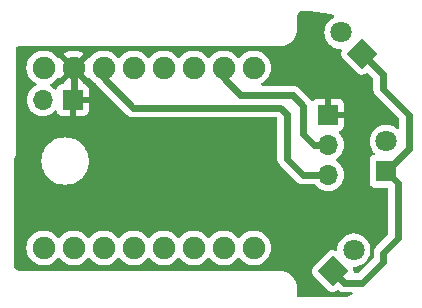
<source format=gbr>
%TF.GenerationSoftware,KiCad,Pcbnew,8.0.2*%
%TF.CreationDate,2024-08-10T10:20:15+02:00*%
%TF.ProjectId,ir-blaster,69722d62-6c61-4737-9465-722e6b696361,rev?*%
%TF.SameCoordinates,Original*%
%TF.FileFunction,Copper,L2,Bot*%
%TF.FilePolarity,Positive*%
%FSLAX46Y46*%
G04 Gerber Fmt 4.6, Leading zero omitted, Abs format (unit mm)*
G04 Created by KiCad (PCBNEW 8.0.2) date 2024-08-10 10:20:15*
%MOMM*%
%LPD*%
G01*
G04 APERTURE LIST*
G04 Aperture macros list*
%AMRotRect*
0 Rectangle, with rotation*
0 The origin of the aperture is its center*
0 $1 length*
0 $2 width*
0 $3 Rotation angle, in degrees counterclockwise*
0 Add horizontal line*
21,1,$1,$2,0,0,$3*%
G04 Aperture macros list end*
%TA.AperFunction,ComponentPad*%
%ADD10R,1.700000X1.700000*%
%TD*%
%TA.AperFunction,ComponentPad*%
%ADD11O,1.700000X1.700000*%
%TD*%
%TA.AperFunction,ComponentPad*%
%ADD12R,1.800000X1.800000*%
%TD*%
%TA.AperFunction,ComponentPad*%
%ADD13C,1.800000*%
%TD*%
%TA.AperFunction,ComponentPad*%
%ADD14RotRect,1.800000X1.800000X135.000000*%
%TD*%
%TA.AperFunction,ComponentPad*%
%ADD15C,1.905000*%
%TD*%
%TA.AperFunction,ComponentPad*%
%ADD16RotRect,1.800000X1.800000X45.000000*%
%TD*%
%TA.AperFunction,ViaPad*%
%ADD17C,0.500000*%
%TD*%
%TA.AperFunction,Conductor*%
%ADD18C,0.600000*%
%TD*%
G04 APERTURE END LIST*
D10*
%TO.P,J2,1,Pin_1*%
%TO.N,GND*%
X80045000Y-39065000D03*
D11*
%TO.P,J2,2,Pin_2*%
%TO.N,Net-(J2-Pin_2)*%
X80045000Y-41605000D03*
%TO.P,J2,3,Pin_3*%
%TO.N,3.3V*%
X80045000Y-44145000D03*
%TD*%
D12*
%TO.P,D2,1,K*%
%TO.N,Net-(D1-K)*%
X84960000Y-43855000D03*
D13*
%TO.P,D2,2,A*%
%TO.N,Net-(D2-A)*%
X84960000Y-41315000D03*
%TD*%
D14*
%TO.P,D1,1,K*%
%TO.N,Net-(D1-K)*%
X82916051Y-33896051D03*
D13*
%TO.P,D1,2,A*%
%TO.N,Net-(D1-A)*%
X81120000Y-32100000D03*
%TD*%
D15*
%TO.P,U1,0,GPIO0*%
%TO.N,unconnected-(U1-GPIO0-Pad0)*%
X73730000Y-35090000D03*
%TO.P,U1,1,GPIO1*%
%TO.N,Net-(J2-Pin_2)*%
X71190000Y-35090000D03*
%TO.P,U1,2,GPIO2*%
%TO.N,unconnected-(U1-GPIO2-Pad2)*%
X68650000Y-35090000D03*
%TO.P,U1,3,GPIO3*%
%TO.N,unconnected-(U1-GPIO3-Pad3)*%
X66110000Y-35090000D03*
%TO.P,U1,3.3,3V3*%
%TO.N,3.3V*%
X61030000Y-35090000D03*
%TO.P,U1,4,GPIO4*%
%TO.N,unconnected-(U1-GPIO4-Pad4)*%
X63570000Y-35090000D03*
%TO.P,U1,5,GPIO5*%
%TO.N,unconnected-(U1-GPIO5-Pad5)*%
X55950000Y-50330000D03*
%TO.P,U1,5V,5V*%
%TO.N,5V*%
X55950000Y-35090000D03*
%TO.P,U1,6,GPIO6*%
%TO.N,unconnected-(U1-GPIO6-Pad6)*%
X58490000Y-50330000D03*
%TO.P,U1,7,GPIO7*%
%TO.N,/IR_OUT*%
X61030000Y-50330000D03*
%TO.P,U1,8,GPIO8*%
%TO.N,unconnected-(U1-GPIO8-Pad8)*%
X63570000Y-50330000D03*
%TO.P,U1,9,GPIO9*%
%TO.N,unconnected-(U1-GPIO9-Pad9)*%
X66110000Y-50330000D03*
%TO.P,U1,10,GPIO10*%
%TO.N,unconnected-(U1-GPIO10-Pad10)*%
X68650000Y-50330000D03*
%TO.P,U1,20,GPIO20*%
%TO.N,unconnected-(U1-GPIO20-Pad20)*%
X71190000Y-50330000D03*
%TO.P,U1,21,GPIO21*%
%TO.N,unconnected-(U1-GPIO21-Pad21)*%
X73730000Y-50330000D03*
%TO.P,U1,G,GND*%
%TO.N,GND*%
X58490000Y-35090000D03*
%TD*%
D10*
%TO.P,J1,1,Pin_1*%
%TO.N,GND*%
X58415000Y-37815000D03*
D11*
%TO.P,J1,2,Pin_2*%
%TO.N,5V*%
X55875000Y-37815000D03*
%TD*%
D16*
%TO.P,D3,1,K*%
%TO.N,Net-(D1-K)*%
X80418439Y-52311562D03*
D13*
%TO.P,D3,2,A*%
%TO.N,Net-(D3-A)*%
X82214490Y-50515511D03*
%TD*%
D17*
%TO.N,GND*%
X66150000Y-46020000D03*
%TD*%
D18*
%TO.N,Net-(D1-K)*%
X86860000Y-39050000D02*
X84660000Y-36850000D01*
X84690000Y-51510000D02*
X82930000Y-53270000D01*
X82930000Y-53270000D02*
X81376877Y-53270000D01*
X85950000Y-49490000D02*
X84690000Y-50750000D01*
X85950000Y-44845000D02*
X85950000Y-49490000D01*
X84690000Y-50750000D02*
X84690000Y-51510000D01*
X84960000Y-43855000D02*
X85950000Y-44845000D01*
X84960000Y-43855000D02*
X86860000Y-41955000D01*
X86860000Y-41955000D02*
X86860000Y-39050000D01*
X81376877Y-53270000D02*
X80418439Y-52311562D01*
X84660000Y-35630000D02*
X84650000Y-35630000D01*
X84660000Y-36850000D02*
X84660000Y-35630000D01*
X84650000Y-35630000D02*
X82916051Y-33896051D01*
%TO.N,GND*%
X58490000Y-37840000D02*
X58490000Y-35090000D01*
%TO.N,3.3V*%
X61030000Y-35970000D02*
X61030000Y-35090000D01*
X80045000Y-44145000D02*
X77885000Y-44145000D01*
X76550000Y-42810000D02*
X76550000Y-39040000D01*
X76550000Y-39040000D02*
X75970000Y-38460000D01*
X75970000Y-38460000D02*
X63520000Y-38460000D01*
X63520000Y-38460000D02*
X61030000Y-35970000D01*
X77885000Y-44145000D02*
X76550000Y-42810000D01*
%TO.N,Net-(J2-Pin_2)*%
X77950000Y-38310000D02*
X77040000Y-37400000D01*
X77040000Y-37400000D02*
X72600000Y-37400000D01*
X80045000Y-41605000D02*
X78842919Y-41605000D01*
X71190000Y-35990000D02*
X71190000Y-35090000D01*
X72600000Y-37400000D02*
X71190000Y-35990000D01*
X77950000Y-40712081D02*
X77950000Y-38310000D01*
X78842919Y-41605000D02*
X77950000Y-40712081D01*
%TD*%
%TA.AperFunction,Conductor*%
%TO.N,GND*%
G36*
X57927271Y-35390785D02*
G01*
X57996764Y-35494789D01*
X58085211Y-35583236D01*
X58189215Y-35652729D01*
X58253991Y-35679560D01*
X57653791Y-36279760D01*
X57657116Y-36333317D01*
X57641623Y-36401447D01*
X57591755Y-36450386D01*
X57533354Y-36465000D01*
X57517155Y-36465000D01*
X57457627Y-36471401D01*
X57457620Y-36471403D01*
X57322913Y-36521645D01*
X57322906Y-36521649D01*
X57207812Y-36607809D01*
X57207809Y-36607812D01*
X57121649Y-36722906D01*
X57121645Y-36722913D01*
X57072578Y-36854470D01*
X57030707Y-36910404D01*
X56965242Y-36934821D01*
X56896969Y-36919969D01*
X56868715Y-36898819D01*
X56824366Y-36854470D01*
X56746401Y-36776505D01*
X56746397Y-36776502D01*
X56746396Y-36776501D01*
X56552834Y-36640967D01*
X56552831Y-36640965D01*
X56552830Y-36640965D01*
X56552771Y-36640937D01*
X56552751Y-36640919D01*
X56548144Y-36638260D01*
X56548678Y-36637333D01*
X56500332Y-36594767D01*
X56481178Y-36527574D01*
X56501392Y-36460693D01*
X56546155Y-36419501D01*
X56747439Y-36310572D01*
X56937463Y-36162671D01*
X57100551Y-35985510D01*
X57116490Y-35961114D01*
X57169633Y-35915758D01*
X57238864Y-35906333D01*
X57274216Y-35922799D01*
X57300880Y-35925564D01*
X57900438Y-35326006D01*
X57927271Y-35390785D01*
G37*
%TD.AperFunction*%
%TA.AperFunction,Conductor*%
G36*
X78502598Y-30279123D02*
G01*
X78510340Y-30279610D01*
X79096734Y-30335040D01*
X79104459Y-30336016D01*
X79686188Y-30428153D01*
X79693802Y-30429605D01*
X80268649Y-30558098D01*
X80276172Y-30560031D01*
X80471975Y-30616917D01*
X80530859Y-30654522D01*
X80560065Y-30717994D01*
X80550319Y-30787181D01*
X80504715Y-30840115D01*
X80496396Y-30845046D01*
X80351380Y-30923525D01*
X80351365Y-30923535D01*
X80168222Y-31066081D01*
X80168219Y-31066084D01*
X80011016Y-31236852D01*
X79884075Y-31431151D01*
X79790842Y-31643699D01*
X79733866Y-31868691D01*
X79733864Y-31868702D01*
X79714700Y-32099993D01*
X79714700Y-32100006D01*
X79733864Y-32331297D01*
X79733866Y-32331308D01*
X79790842Y-32556300D01*
X79884075Y-32768848D01*
X80011016Y-32963147D01*
X80011019Y-32963151D01*
X80011021Y-32963153D01*
X80168216Y-33133913D01*
X80168219Y-33133915D01*
X80168222Y-33133918D01*
X80351365Y-33276464D01*
X80351371Y-33276468D01*
X80351374Y-33276470D01*
X80555497Y-33386936D01*
X80669487Y-33426068D01*
X80775015Y-33462297D01*
X80775017Y-33462297D01*
X80775019Y-33462298D01*
X81003951Y-33500500D01*
X81003952Y-33500500D01*
X81080731Y-33500500D01*
X81147770Y-33520185D01*
X81193525Y-33572989D01*
X81203469Y-33642147D01*
X81193525Y-33676012D01*
X81158093Y-33753594D01*
X81137612Y-33896051D01*
X81158093Y-34038507D01*
X81217880Y-34169421D01*
X81217881Y-34169422D01*
X81217882Y-34169424D01*
X81255501Y-34216107D01*
X81255504Y-34216110D01*
X81255509Y-34216116D01*
X82290209Y-35250814D01*
X82595995Y-35556600D01*
X82642678Y-35594220D01*
X82773594Y-35654008D01*
X82773593Y-35654008D01*
X82791500Y-35656582D01*
X82916051Y-35674490D01*
X83058508Y-35654008D01*
X83189424Y-35594220D01*
X83236107Y-35556601D01*
X83252632Y-35540075D01*
X83313954Y-35506589D01*
X83383645Y-35511572D01*
X83427996Y-35540074D01*
X83823181Y-35935259D01*
X83856666Y-35996582D01*
X83859500Y-36022940D01*
X83859500Y-36928846D01*
X83890261Y-37083489D01*
X83890264Y-37083501D01*
X83950602Y-37229172D01*
X83950609Y-37229185D01*
X84038210Y-37360288D01*
X84038213Y-37360292D01*
X86023181Y-39345259D01*
X86056666Y-39406582D01*
X86059500Y-39432940D01*
X86059500Y-40142413D01*
X86039815Y-40209452D01*
X85987011Y-40255207D01*
X85917853Y-40265151D01*
X85859338Y-40240266D01*
X85728634Y-40138535D01*
X85728628Y-40138531D01*
X85524504Y-40028064D01*
X85524495Y-40028061D01*
X85304984Y-39952702D01*
X85133282Y-39924050D01*
X85076049Y-39914500D01*
X84843951Y-39914500D01*
X84798164Y-39922140D01*
X84615015Y-39952702D01*
X84395504Y-40028061D01*
X84395495Y-40028064D01*
X84191371Y-40138531D01*
X84191365Y-40138535D01*
X84008222Y-40281081D01*
X84008219Y-40281084D01*
X83851016Y-40451852D01*
X83724075Y-40646151D01*
X83630842Y-40858699D01*
X83573866Y-41083691D01*
X83573864Y-41083702D01*
X83554700Y-41314993D01*
X83554700Y-41315006D01*
X83573864Y-41546297D01*
X83573866Y-41546308D01*
X83630842Y-41771300D01*
X83724075Y-41983848D01*
X83851016Y-42178147D01*
X83851019Y-42178151D01*
X83851021Y-42178153D01*
X83945803Y-42281114D01*
X83976724Y-42343767D01*
X83968864Y-42413193D01*
X83924716Y-42467348D01*
X83897906Y-42481277D01*
X83817669Y-42511203D01*
X83817664Y-42511206D01*
X83702455Y-42597452D01*
X83702452Y-42597455D01*
X83616206Y-42712664D01*
X83616202Y-42712671D01*
X83565908Y-42847517D01*
X83559501Y-42907116D01*
X83559500Y-42907135D01*
X83559500Y-44802870D01*
X83559501Y-44802876D01*
X83565908Y-44862483D01*
X83616202Y-44997328D01*
X83616206Y-44997335D01*
X83702452Y-45112544D01*
X83702455Y-45112547D01*
X83817664Y-45198793D01*
X83817671Y-45198797D01*
X83952517Y-45249091D01*
X83952516Y-45249091D01*
X83959444Y-45249835D01*
X84012127Y-45255500D01*
X85025500Y-45255499D01*
X85092539Y-45275183D01*
X85138294Y-45327987D01*
X85149500Y-45379499D01*
X85149500Y-49107060D01*
X85129815Y-49174099D01*
X85113181Y-49194741D01*
X84179711Y-50128211D01*
X84123960Y-50183962D01*
X84068209Y-50239712D01*
X83980609Y-50370814D01*
X83980602Y-50370827D01*
X83920264Y-50516498D01*
X83920261Y-50516510D01*
X83889500Y-50671153D01*
X83889500Y-51127060D01*
X83869815Y-51194099D01*
X83853181Y-51214741D01*
X82634741Y-52433181D01*
X82573418Y-52466666D01*
X82547060Y-52469500D01*
X82317274Y-52469500D01*
X82250235Y-52449815D01*
X82204480Y-52397011D01*
X82194536Y-52327855D01*
X82196878Y-52311564D01*
X82196878Y-52311562D01*
X82176396Y-52169105D01*
X82140965Y-52091523D01*
X82131021Y-52022364D01*
X82160046Y-51958809D01*
X82218824Y-51921034D01*
X82253759Y-51916011D01*
X82330538Y-51916011D01*
X82330539Y-51916011D01*
X82559471Y-51877809D01*
X82778993Y-51802447D01*
X82983116Y-51691981D01*
X83166274Y-51549424D01*
X83323469Y-51378664D01*
X83450414Y-51184360D01*
X83543647Y-50971811D01*
X83600624Y-50746816D01*
X83606893Y-50671158D01*
X83619790Y-50515517D01*
X83619790Y-50515504D01*
X83600625Y-50284213D01*
X83600623Y-50284202D01*
X83543647Y-50059210D01*
X83450414Y-49846662D01*
X83323473Y-49652363D01*
X83323470Y-49652360D01*
X83323469Y-49652358D01*
X83166274Y-49481598D01*
X83166269Y-49481594D01*
X83166267Y-49481592D01*
X82983124Y-49339046D01*
X82983118Y-49339042D01*
X82778994Y-49228575D01*
X82778985Y-49228572D01*
X82559474Y-49153213D01*
X82387772Y-49124561D01*
X82330539Y-49115011D01*
X82098441Y-49115011D01*
X82052654Y-49122651D01*
X81869505Y-49153213D01*
X81649994Y-49228572D01*
X81649985Y-49228575D01*
X81445861Y-49339042D01*
X81445855Y-49339046D01*
X81262712Y-49481592D01*
X81262709Y-49481595D01*
X81105506Y-49652363D01*
X80978565Y-49846662D01*
X80885332Y-50059210D01*
X80828356Y-50284202D01*
X80828354Y-50284214D01*
X80811666Y-50485614D01*
X80786513Y-50550799D01*
X80730111Y-50592037D01*
X80660367Y-50596235D01*
X80636578Y-50588168D01*
X80560894Y-50553604D01*
X80560896Y-50553604D01*
X80418439Y-50533123D01*
X80275982Y-50553604D01*
X80145068Y-50613391D01*
X80098373Y-50651020D01*
X78757897Y-51991498D01*
X78757891Y-51991505D01*
X78720269Y-52038190D01*
X78720268Y-52038192D01*
X78660481Y-52169105D01*
X78640000Y-52311562D01*
X78660481Y-52454018D01*
X78720268Y-52584932D01*
X78720269Y-52584933D01*
X78720270Y-52584935D01*
X78757889Y-52631618D01*
X78757892Y-52631621D01*
X78757897Y-52631627D01*
X79775123Y-53648851D01*
X80098383Y-53972111D01*
X80145066Y-54009731D01*
X80275982Y-54069519D01*
X80275981Y-54069519D01*
X80293888Y-54072093D01*
X80418439Y-54090001D01*
X80560896Y-54069519D01*
X80691812Y-54009731D01*
X80738495Y-53972112D01*
X80765991Y-53944615D01*
X80827312Y-53911129D01*
X80897004Y-53916111D01*
X80922565Y-53929192D01*
X80997691Y-53979390D01*
X80997704Y-53979397D01*
X81143375Y-54039735D01*
X81143380Y-54039737D01*
X81293103Y-54069519D01*
X81298030Y-54070499D01*
X81298033Y-54070500D01*
X81298035Y-54070500D01*
X81455719Y-54070500D01*
X81997350Y-54070500D01*
X82064389Y-54090185D01*
X82110144Y-54142989D01*
X82120088Y-54212147D01*
X82091063Y-54275703D01*
X82053644Y-54304985D01*
X81958161Y-54353635D01*
X81951114Y-54356951D01*
X81633719Y-54494301D01*
X81584472Y-54504500D01*
X77534500Y-54504500D01*
X77467461Y-54484815D01*
X77421706Y-54432011D01*
X77410500Y-54380500D01*
X77410500Y-53652683D01*
X77410500Y-53652682D01*
X77379954Y-53440231D01*
X77319484Y-53234290D01*
X77319483Y-53234288D01*
X77319482Y-53234284D01*
X77230327Y-53039061D01*
X77230320Y-53039048D01*
X77179915Y-52960616D01*
X77114281Y-52858487D01*
X77081172Y-52820277D01*
X76973724Y-52696275D01*
X76811514Y-52555720D01*
X76811513Y-52555719D01*
X76702441Y-52485623D01*
X76630951Y-52439679D01*
X76630938Y-52439672D01*
X76435715Y-52350517D01*
X76229774Y-52290047D01*
X76229764Y-52290044D01*
X76038754Y-52262582D01*
X76017318Y-52259500D01*
X76017317Y-52259500D01*
X53916962Y-52259500D01*
X53903078Y-52258720D01*
X53890553Y-52257308D01*
X53812735Y-52248540D01*
X53785666Y-52242362D01*
X53706462Y-52214648D01*
X53681444Y-52202600D01*
X53610395Y-52157957D01*
X53588686Y-52140644D01*
X53529355Y-52081313D01*
X53512042Y-52059604D01*
X53469253Y-51991506D01*
X53467398Y-51988553D01*
X53455351Y-51963537D01*
X53438721Y-51916011D01*
X53427636Y-51884331D01*
X53421459Y-51857263D01*
X53411280Y-51766922D01*
X53410500Y-51753038D01*
X53410500Y-50329994D01*
X54492020Y-50329994D01*
X54492020Y-50330005D01*
X54511904Y-50569972D01*
X54511904Y-50569975D01*
X54511905Y-50569976D01*
X54571017Y-50803405D01*
X54667745Y-51023922D01*
X54799449Y-51225510D01*
X54962537Y-51402671D01*
X55060243Y-51478718D01*
X55151088Y-51549426D01*
X55152561Y-51550572D01*
X55364336Y-51665179D01*
X55482598Y-51705778D01*
X55592083Y-51743365D01*
X55592085Y-51743365D01*
X55592087Y-51743366D01*
X55829601Y-51783000D01*
X55829602Y-51783000D01*
X56070398Y-51783000D01*
X56070399Y-51783000D01*
X56307913Y-51743366D01*
X56535664Y-51665179D01*
X56747439Y-51550572D01*
X56937463Y-51402671D01*
X57100551Y-51225510D01*
X57116190Y-51201571D01*
X57169336Y-51156214D01*
X57238567Y-51146790D01*
X57301904Y-51176291D01*
X57323808Y-51201570D01*
X57339449Y-51225510D01*
X57502537Y-51402671D01*
X57600243Y-51478718D01*
X57691088Y-51549426D01*
X57692561Y-51550572D01*
X57904336Y-51665179D01*
X58022598Y-51705778D01*
X58132083Y-51743365D01*
X58132085Y-51743365D01*
X58132087Y-51743366D01*
X58369601Y-51783000D01*
X58369602Y-51783000D01*
X58610398Y-51783000D01*
X58610399Y-51783000D01*
X58847913Y-51743366D01*
X59075664Y-51665179D01*
X59287439Y-51550572D01*
X59477463Y-51402671D01*
X59640551Y-51225510D01*
X59656190Y-51201571D01*
X59709336Y-51156214D01*
X59778567Y-51146790D01*
X59841904Y-51176291D01*
X59863808Y-51201570D01*
X59879449Y-51225510D01*
X60042537Y-51402671D01*
X60140243Y-51478718D01*
X60231088Y-51549426D01*
X60232561Y-51550572D01*
X60444336Y-51665179D01*
X60562598Y-51705778D01*
X60672083Y-51743365D01*
X60672085Y-51743365D01*
X60672087Y-51743366D01*
X60909601Y-51783000D01*
X60909602Y-51783000D01*
X61150398Y-51783000D01*
X61150399Y-51783000D01*
X61387913Y-51743366D01*
X61615664Y-51665179D01*
X61827439Y-51550572D01*
X62017463Y-51402671D01*
X62180551Y-51225510D01*
X62196190Y-51201571D01*
X62249336Y-51156214D01*
X62318567Y-51146790D01*
X62381904Y-51176291D01*
X62403808Y-51201570D01*
X62419449Y-51225510D01*
X62582537Y-51402671D01*
X62680243Y-51478718D01*
X62771088Y-51549426D01*
X62772561Y-51550572D01*
X62984336Y-51665179D01*
X63102598Y-51705778D01*
X63212083Y-51743365D01*
X63212085Y-51743365D01*
X63212087Y-51743366D01*
X63449601Y-51783000D01*
X63449602Y-51783000D01*
X63690398Y-51783000D01*
X63690399Y-51783000D01*
X63927913Y-51743366D01*
X64155664Y-51665179D01*
X64367439Y-51550572D01*
X64557463Y-51402671D01*
X64720551Y-51225510D01*
X64736190Y-51201571D01*
X64789336Y-51156214D01*
X64858567Y-51146790D01*
X64921904Y-51176291D01*
X64943808Y-51201570D01*
X64959449Y-51225510D01*
X65122537Y-51402671D01*
X65220243Y-51478718D01*
X65311088Y-51549426D01*
X65312561Y-51550572D01*
X65524336Y-51665179D01*
X65642598Y-51705778D01*
X65752083Y-51743365D01*
X65752085Y-51743365D01*
X65752087Y-51743366D01*
X65989601Y-51783000D01*
X65989602Y-51783000D01*
X66230398Y-51783000D01*
X66230399Y-51783000D01*
X66467913Y-51743366D01*
X66695664Y-51665179D01*
X66907439Y-51550572D01*
X67097463Y-51402671D01*
X67260551Y-51225510D01*
X67276190Y-51201571D01*
X67329336Y-51156214D01*
X67398567Y-51146790D01*
X67461904Y-51176291D01*
X67483808Y-51201570D01*
X67499449Y-51225510D01*
X67662537Y-51402671D01*
X67760243Y-51478718D01*
X67851088Y-51549426D01*
X67852561Y-51550572D01*
X68064336Y-51665179D01*
X68182598Y-51705778D01*
X68292083Y-51743365D01*
X68292085Y-51743365D01*
X68292087Y-51743366D01*
X68529601Y-51783000D01*
X68529602Y-51783000D01*
X68770398Y-51783000D01*
X68770399Y-51783000D01*
X69007913Y-51743366D01*
X69235664Y-51665179D01*
X69447439Y-51550572D01*
X69637463Y-51402671D01*
X69800551Y-51225510D01*
X69816190Y-51201571D01*
X69869336Y-51156214D01*
X69938567Y-51146790D01*
X70001904Y-51176291D01*
X70023808Y-51201570D01*
X70039449Y-51225510D01*
X70202537Y-51402671D01*
X70300243Y-51478718D01*
X70391088Y-51549426D01*
X70392561Y-51550572D01*
X70604336Y-51665179D01*
X70722598Y-51705778D01*
X70832083Y-51743365D01*
X70832085Y-51743365D01*
X70832087Y-51743366D01*
X71069601Y-51783000D01*
X71069602Y-51783000D01*
X71310398Y-51783000D01*
X71310399Y-51783000D01*
X71547913Y-51743366D01*
X71775664Y-51665179D01*
X71987439Y-51550572D01*
X72177463Y-51402671D01*
X72340551Y-51225510D01*
X72356190Y-51201571D01*
X72409336Y-51156214D01*
X72478567Y-51146790D01*
X72541904Y-51176291D01*
X72563808Y-51201570D01*
X72579449Y-51225510D01*
X72742537Y-51402671D01*
X72840243Y-51478718D01*
X72931088Y-51549426D01*
X72932561Y-51550572D01*
X73144336Y-51665179D01*
X73262598Y-51705778D01*
X73372083Y-51743365D01*
X73372085Y-51743365D01*
X73372087Y-51743366D01*
X73609601Y-51783000D01*
X73609602Y-51783000D01*
X73850398Y-51783000D01*
X73850399Y-51783000D01*
X74087913Y-51743366D01*
X74315664Y-51665179D01*
X74527439Y-51550572D01*
X74717463Y-51402671D01*
X74880551Y-51225510D01*
X75012255Y-51023922D01*
X75108983Y-50803405D01*
X75168095Y-50569976D01*
X75184597Y-50370827D01*
X75187980Y-50330005D01*
X75187980Y-50329994D01*
X75168095Y-50090027D01*
X75168095Y-50090024D01*
X75108983Y-49856595D01*
X75012255Y-49636078D01*
X74880551Y-49434490D01*
X74717463Y-49257329D01*
X74583358Y-49152951D01*
X74527441Y-49109429D01*
X74315665Y-48994821D01*
X74315656Y-48994818D01*
X74087916Y-48916634D01*
X73909777Y-48886908D01*
X73850399Y-48877000D01*
X73609601Y-48877000D01*
X73562098Y-48884926D01*
X73372083Y-48916634D01*
X73144343Y-48994818D01*
X73144334Y-48994821D01*
X72932558Y-49109429D01*
X72849471Y-49174099D01*
X72742537Y-49257329D01*
X72579449Y-49434490D01*
X72563808Y-49458431D01*
X72510661Y-49503787D01*
X72441430Y-49513210D01*
X72378094Y-49483707D01*
X72356192Y-49458431D01*
X72340551Y-49434490D01*
X72177463Y-49257329D01*
X72043358Y-49152951D01*
X71987441Y-49109429D01*
X71775665Y-48994821D01*
X71775656Y-48994818D01*
X71547916Y-48916634D01*
X71369777Y-48886908D01*
X71310399Y-48877000D01*
X71069601Y-48877000D01*
X71022098Y-48884926D01*
X70832083Y-48916634D01*
X70604343Y-48994818D01*
X70604334Y-48994821D01*
X70392558Y-49109429D01*
X70309471Y-49174099D01*
X70202537Y-49257329D01*
X70039449Y-49434490D01*
X70023808Y-49458431D01*
X69970661Y-49503787D01*
X69901430Y-49513210D01*
X69838094Y-49483707D01*
X69816192Y-49458431D01*
X69800551Y-49434490D01*
X69637463Y-49257329D01*
X69503358Y-49152951D01*
X69447441Y-49109429D01*
X69235665Y-48994821D01*
X69235656Y-48994818D01*
X69007916Y-48916634D01*
X68829777Y-48886908D01*
X68770399Y-48877000D01*
X68529601Y-48877000D01*
X68482098Y-48884926D01*
X68292083Y-48916634D01*
X68064343Y-48994818D01*
X68064334Y-48994821D01*
X67852558Y-49109429D01*
X67769471Y-49174099D01*
X67662537Y-49257329D01*
X67499449Y-49434490D01*
X67483808Y-49458431D01*
X67430661Y-49503787D01*
X67361430Y-49513210D01*
X67298094Y-49483707D01*
X67276192Y-49458431D01*
X67260551Y-49434490D01*
X67097463Y-49257329D01*
X66963358Y-49152951D01*
X66907441Y-49109429D01*
X66695665Y-48994821D01*
X66695656Y-48994818D01*
X66467916Y-48916634D01*
X66289777Y-48886908D01*
X66230399Y-48877000D01*
X65989601Y-48877000D01*
X65942098Y-48884926D01*
X65752083Y-48916634D01*
X65524343Y-48994818D01*
X65524334Y-48994821D01*
X65312558Y-49109429D01*
X65229471Y-49174099D01*
X65122537Y-49257329D01*
X64959449Y-49434490D01*
X64943808Y-49458431D01*
X64890661Y-49503787D01*
X64821430Y-49513210D01*
X64758094Y-49483707D01*
X64736192Y-49458431D01*
X64720551Y-49434490D01*
X64557463Y-49257329D01*
X64423358Y-49152951D01*
X64367441Y-49109429D01*
X64155665Y-48994821D01*
X64155656Y-48994818D01*
X63927916Y-48916634D01*
X63749777Y-48886908D01*
X63690399Y-48877000D01*
X63449601Y-48877000D01*
X63402098Y-48884926D01*
X63212083Y-48916634D01*
X62984343Y-48994818D01*
X62984334Y-48994821D01*
X62772558Y-49109429D01*
X62689471Y-49174099D01*
X62582537Y-49257329D01*
X62419449Y-49434490D01*
X62403808Y-49458431D01*
X62350661Y-49503787D01*
X62281430Y-49513210D01*
X62218094Y-49483707D01*
X62196192Y-49458431D01*
X62180551Y-49434490D01*
X62017463Y-49257329D01*
X61883358Y-49152951D01*
X61827441Y-49109429D01*
X61615665Y-48994821D01*
X61615656Y-48994818D01*
X61387916Y-48916634D01*
X61209777Y-48886908D01*
X61150399Y-48877000D01*
X60909601Y-48877000D01*
X60862098Y-48884926D01*
X60672083Y-48916634D01*
X60444343Y-48994818D01*
X60444334Y-48994821D01*
X60232558Y-49109429D01*
X60149471Y-49174099D01*
X60042537Y-49257329D01*
X59879449Y-49434490D01*
X59863808Y-49458431D01*
X59810661Y-49503787D01*
X59741430Y-49513210D01*
X59678094Y-49483707D01*
X59656192Y-49458431D01*
X59640551Y-49434490D01*
X59477463Y-49257329D01*
X59343358Y-49152951D01*
X59287441Y-49109429D01*
X59075665Y-48994821D01*
X59075656Y-48994818D01*
X58847916Y-48916634D01*
X58669777Y-48886908D01*
X58610399Y-48877000D01*
X58369601Y-48877000D01*
X58322098Y-48884926D01*
X58132083Y-48916634D01*
X57904343Y-48994818D01*
X57904334Y-48994821D01*
X57692558Y-49109429D01*
X57609471Y-49174099D01*
X57502537Y-49257329D01*
X57339449Y-49434490D01*
X57323808Y-49458431D01*
X57270661Y-49503787D01*
X57201430Y-49513210D01*
X57138094Y-49483707D01*
X57116192Y-49458431D01*
X57100551Y-49434490D01*
X56937463Y-49257329D01*
X56803358Y-49152951D01*
X56747441Y-49109429D01*
X56535665Y-48994821D01*
X56535656Y-48994818D01*
X56307916Y-48916634D01*
X56129777Y-48886908D01*
X56070399Y-48877000D01*
X55829601Y-48877000D01*
X55782098Y-48884926D01*
X55592083Y-48916634D01*
X55364343Y-48994818D01*
X55364334Y-48994821D01*
X55152558Y-49109429D01*
X55069471Y-49174099D01*
X54962537Y-49257329D01*
X54962534Y-49257331D01*
X54962534Y-49257332D01*
X54799449Y-49434490D01*
X54667743Y-49636081D01*
X54571017Y-49856594D01*
X54511904Y-50090027D01*
X54492020Y-50329994D01*
X53410500Y-50329994D01*
X53410500Y-42979998D01*
X55764390Y-42979998D01*
X55764390Y-42980001D01*
X55784804Y-43265433D01*
X55845628Y-43545037D01*
X55845630Y-43545043D01*
X55845631Y-43545046D01*
X55896465Y-43681337D01*
X55945635Y-43813166D01*
X56082770Y-44064309D01*
X56082775Y-44064317D01*
X56254254Y-44293387D01*
X56254270Y-44293405D01*
X56456594Y-44495729D01*
X56456612Y-44495745D01*
X56685682Y-44667224D01*
X56685690Y-44667229D01*
X56936833Y-44804364D01*
X56936832Y-44804364D01*
X56936836Y-44804365D01*
X56936839Y-44804367D01*
X57204954Y-44904369D01*
X57204960Y-44904370D01*
X57204962Y-44904371D01*
X57484566Y-44965195D01*
X57484568Y-44965195D01*
X57484572Y-44965196D01*
X57738220Y-44983337D01*
X57769999Y-44985610D01*
X57770000Y-44985610D01*
X57770001Y-44985610D01*
X57798595Y-44983564D01*
X58055428Y-44965196D01*
X58145970Y-44945500D01*
X58335037Y-44904371D01*
X58335037Y-44904370D01*
X58335046Y-44904369D01*
X58603161Y-44804367D01*
X58854315Y-44667226D01*
X59083395Y-44495739D01*
X59285739Y-44293395D01*
X59457226Y-44064315D01*
X59594367Y-43813161D01*
X59694369Y-43545046D01*
X59745896Y-43308181D01*
X59755195Y-43265433D01*
X59755195Y-43265432D01*
X59755196Y-43265428D01*
X59775610Y-42980000D01*
X59755196Y-42694572D01*
X59744084Y-42643493D01*
X59694371Y-42414962D01*
X59694370Y-42414960D01*
X59694369Y-42414954D01*
X59594367Y-42146839D01*
X59577139Y-42115289D01*
X59457229Y-41895690D01*
X59457224Y-41895682D01*
X59285745Y-41666612D01*
X59285729Y-41666594D01*
X59083405Y-41464270D01*
X59083387Y-41464254D01*
X58854317Y-41292775D01*
X58854309Y-41292770D01*
X58603166Y-41155635D01*
X58603167Y-41155635D01*
X58410288Y-41083695D01*
X58335046Y-41055631D01*
X58335043Y-41055630D01*
X58335037Y-41055628D01*
X58055433Y-40994804D01*
X57770001Y-40974390D01*
X57769999Y-40974390D01*
X57484566Y-40994804D01*
X57204962Y-41055628D01*
X56936833Y-41155635D01*
X56685690Y-41292770D01*
X56685682Y-41292775D01*
X56456612Y-41464254D01*
X56456594Y-41464270D01*
X56254270Y-41666594D01*
X56254254Y-41666612D01*
X56082775Y-41895682D01*
X56082770Y-41895690D01*
X55945635Y-42146833D01*
X55845628Y-42414962D01*
X55784804Y-42694566D01*
X55764390Y-42979998D01*
X53410500Y-42979998D01*
X53410500Y-42874032D01*
X53430185Y-42806993D01*
X53446819Y-42786351D01*
X53470541Y-42762629D01*
X53500505Y-42732665D01*
X53569688Y-42612836D01*
X53605500Y-42479183D01*
X53605500Y-35089994D01*
X54492020Y-35089994D01*
X54492020Y-35090005D01*
X54511904Y-35329972D01*
X54571017Y-35563405D01*
X54619743Y-35674490D01*
X54667745Y-35783922D01*
X54799449Y-35985510D01*
X54962537Y-36162671D01*
X55152561Y-36310572D01*
X55194590Y-36333317D01*
X55284415Y-36381928D01*
X55334006Y-36431148D01*
X55349114Y-36499364D01*
X55324944Y-36564920D01*
X55277803Y-36603365D01*
X55197171Y-36640964D01*
X55197169Y-36640965D01*
X55003597Y-36776505D01*
X54836505Y-36943597D01*
X54700965Y-37137169D01*
X54700964Y-37137171D01*
X54601098Y-37351335D01*
X54601094Y-37351344D01*
X54539938Y-37579586D01*
X54539936Y-37579596D01*
X54519341Y-37814999D01*
X54519341Y-37815000D01*
X54539936Y-38050403D01*
X54539938Y-38050413D01*
X54601094Y-38278655D01*
X54601096Y-38278659D01*
X54601097Y-38278663D01*
X54700965Y-38492830D01*
X54700967Y-38492834D01*
X54809281Y-38647521D01*
X54836505Y-38686401D01*
X55003599Y-38853495D01*
X55030037Y-38872007D01*
X55197165Y-38989032D01*
X55197167Y-38989033D01*
X55197170Y-38989035D01*
X55411337Y-39088903D01*
X55639592Y-39150063D01*
X55810319Y-39165000D01*
X55874999Y-39170659D01*
X55875000Y-39170659D01*
X55875001Y-39170659D01*
X55939681Y-39165000D01*
X56110408Y-39150063D01*
X56338663Y-39088903D01*
X56552830Y-38989035D01*
X56746401Y-38853495D01*
X56868717Y-38731178D01*
X56930036Y-38697696D01*
X56999728Y-38702680D01*
X57055662Y-38744551D01*
X57072577Y-38775528D01*
X57121646Y-38907088D01*
X57121649Y-38907093D01*
X57207809Y-39022187D01*
X57207812Y-39022190D01*
X57322906Y-39108350D01*
X57322913Y-39108354D01*
X57457620Y-39158596D01*
X57457627Y-39158598D01*
X57517155Y-39164999D01*
X57517172Y-39165000D01*
X58165000Y-39165000D01*
X58165000Y-38248012D01*
X58222007Y-38280925D01*
X58349174Y-38315000D01*
X58480826Y-38315000D01*
X58607993Y-38280925D01*
X58665000Y-38248012D01*
X58665000Y-39165000D01*
X59312828Y-39165000D01*
X59312844Y-39164999D01*
X59372372Y-39158598D01*
X59372379Y-39158596D01*
X59507086Y-39108354D01*
X59507093Y-39108350D01*
X59622187Y-39022190D01*
X59622190Y-39022187D01*
X59708350Y-38907093D01*
X59708354Y-38907086D01*
X59758596Y-38772379D01*
X59758598Y-38772372D01*
X59764999Y-38712844D01*
X59765000Y-38712827D01*
X59765000Y-38065000D01*
X58848012Y-38065000D01*
X58880925Y-38007993D01*
X58915000Y-37880826D01*
X58915000Y-37749174D01*
X58880925Y-37622007D01*
X58848012Y-37565000D01*
X59765000Y-37565000D01*
X59765000Y-36917172D01*
X59764999Y-36917155D01*
X59758598Y-36857627D01*
X59758596Y-36857620D01*
X59708354Y-36722913D01*
X59708350Y-36722906D01*
X59622190Y-36607812D01*
X59622187Y-36607809D01*
X59507093Y-36521649D01*
X59507086Y-36521645D01*
X59382809Y-36475293D01*
X59326875Y-36433422D01*
X59302458Y-36367957D01*
X59317310Y-36299684D01*
X59325574Y-36289962D01*
X59326208Y-36279760D01*
X58726008Y-35679560D01*
X58790785Y-35652729D01*
X58894789Y-35583236D01*
X58983236Y-35494789D01*
X59052729Y-35390785D01*
X59079560Y-35326007D01*
X59679118Y-35925564D01*
X59700094Y-35923388D01*
X59709037Y-35915757D01*
X59778268Y-35906333D01*
X59841604Y-35935834D01*
X59863510Y-35961114D01*
X59879446Y-35985507D01*
X59889641Y-35996582D01*
X60042537Y-36162671D01*
X60166859Y-36259434D01*
X60232558Y-36310570D01*
X60232567Y-36310576D01*
X60303049Y-36348718D01*
X60347135Y-36388883D01*
X60408207Y-36480284D01*
X60408213Y-36480292D01*
X63009707Y-39081786D01*
X63009711Y-39081789D01*
X63140814Y-39169390D01*
X63140818Y-39169392D01*
X63140821Y-39169394D01*
X63286503Y-39229738D01*
X63428554Y-39257993D01*
X63441153Y-39260499D01*
X63441157Y-39260500D01*
X63441158Y-39260500D01*
X63598843Y-39260500D01*
X75587060Y-39260500D01*
X75654099Y-39280185D01*
X75674741Y-39296819D01*
X75713181Y-39335259D01*
X75746666Y-39396582D01*
X75749500Y-39422940D01*
X75749500Y-42888846D01*
X75780261Y-43043489D01*
X75780264Y-43043501D01*
X75840602Y-43189172D01*
X75840609Y-43189185D01*
X75928210Y-43320288D01*
X75928213Y-43320292D01*
X77263211Y-44655289D01*
X77374075Y-44766153D01*
X77374712Y-44766790D01*
X77505814Y-44854390D01*
X77505827Y-44854397D01*
X77626472Y-44904369D01*
X77651503Y-44914737D01*
X77806153Y-44945499D01*
X77806156Y-44945500D01*
X77806158Y-44945500D01*
X77963842Y-44945500D01*
X78892309Y-44945500D01*
X78959348Y-44965185D01*
X78993884Y-44998376D01*
X79006508Y-45016405D01*
X79102648Y-45112544D01*
X79173599Y-45183495D01*
X79195453Y-45198797D01*
X79367165Y-45319032D01*
X79367167Y-45319033D01*
X79367170Y-45319035D01*
X79581337Y-45418903D01*
X79809592Y-45480063D01*
X79997918Y-45496539D01*
X80044999Y-45500659D01*
X80045000Y-45500659D01*
X80045001Y-45500659D01*
X80084234Y-45497226D01*
X80280408Y-45480063D01*
X80508663Y-45418903D01*
X80722830Y-45319035D01*
X80916401Y-45183495D01*
X81083495Y-45016401D01*
X81219035Y-44822830D01*
X81318903Y-44608663D01*
X81380063Y-44380408D01*
X81400659Y-44145000D01*
X81380063Y-43909592D01*
X81318903Y-43681337D01*
X81219035Y-43467171D01*
X81145739Y-43362492D01*
X81083494Y-43273597D01*
X80916402Y-43106506D01*
X80916396Y-43106501D01*
X80730842Y-42976575D01*
X80687217Y-42921998D01*
X80680023Y-42852500D01*
X80711546Y-42790145D01*
X80730842Y-42773425D01*
X80791205Y-42731158D01*
X80916401Y-42643495D01*
X81083495Y-42476401D01*
X81219035Y-42282830D01*
X81318903Y-42068663D01*
X81380063Y-41840408D01*
X81400659Y-41605000D01*
X81380063Y-41369592D01*
X81318903Y-41141337D01*
X81219035Y-40927171D01*
X81171091Y-40858700D01*
X81083496Y-40733600D01*
X81034949Y-40685053D01*
X80961179Y-40611283D01*
X80927696Y-40549963D01*
X80932680Y-40480271D01*
X80974551Y-40424337D01*
X81005529Y-40407422D01*
X81137086Y-40358354D01*
X81137093Y-40358350D01*
X81252187Y-40272190D01*
X81252190Y-40272187D01*
X81338350Y-40157093D01*
X81338354Y-40157086D01*
X81388596Y-40022379D01*
X81388598Y-40022372D01*
X81394999Y-39962844D01*
X81395000Y-39962827D01*
X81395000Y-39315000D01*
X80478012Y-39315000D01*
X80510925Y-39257993D01*
X80545000Y-39130826D01*
X80545000Y-38999174D01*
X80510925Y-38872007D01*
X80478012Y-38815000D01*
X81395000Y-38815000D01*
X81395000Y-38167172D01*
X81394999Y-38167155D01*
X81388598Y-38107627D01*
X81388596Y-38107620D01*
X81338354Y-37972913D01*
X81338350Y-37972906D01*
X81252190Y-37857812D01*
X81252187Y-37857809D01*
X81137093Y-37771649D01*
X81137086Y-37771645D01*
X81002379Y-37721403D01*
X81002372Y-37721401D01*
X80942844Y-37715000D01*
X80295000Y-37715000D01*
X80295000Y-38631988D01*
X80237993Y-38599075D01*
X80110826Y-38565000D01*
X79979174Y-38565000D01*
X79852007Y-38599075D01*
X79795000Y-38631988D01*
X79795000Y-37715000D01*
X79147155Y-37715000D01*
X79087627Y-37721401D01*
X79087620Y-37721403D01*
X78952913Y-37771645D01*
X78952906Y-37771649D01*
X78837812Y-37857809D01*
X78822776Y-37877895D01*
X78766841Y-37919766D01*
X78697150Y-37924749D01*
X78635827Y-37891263D01*
X78620408Y-37872474D01*
X78571790Y-37799712D01*
X78521252Y-37749174D01*
X78460289Y-37688211D01*
X78087078Y-37315000D01*
X77550292Y-36778213D01*
X77550288Y-36778210D01*
X77419185Y-36690609D01*
X77419172Y-36690602D01*
X77273501Y-36630264D01*
X77273489Y-36630261D01*
X77118845Y-36599500D01*
X77118842Y-36599500D01*
X74483212Y-36599500D01*
X74416173Y-36579815D01*
X74370418Y-36527011D01*
X74360474Y-36457853D01*
X74389499Y-36394297D01*
X74424195Y-36366445D01*
X74477880Y-36337392D01*
X74527439Y-36310572D01*
X74717463Y-36162671D01*
X74880551Y-35985510D01*
X75012255Y-35783922D01*
X75108983Y-35563405D01*
X75168095Y-35329976D01*
X75185518Y-35119711D01*
X75187980Y-35090005D01*
X75187980Y-35089994D01*
X75168095Y-34850027D01*
X75168095Y-34850024D01*
X75108983Y-34616595D01*
X75012255Y-34396078D01*
X74880551Y-34194490D01*
X74717463Y-34017329D01*
X74567020Y-33900235D01*
X74527441Y-33869429D01*
X74315665Y-33754821D01*
X74315656Y-33754818D01*
X74087916Y-33676634D01*
X73881243Y-33642147D01*
X73850399Y-33637000D01*
X73609601Y-33637000D01*
X73578757Y-33642147D01*
X73372083Y-33676634D01*
X73144343Y-33754818D01*
X73144334Y-33754821D01*
X72932558Y-33869429D01*
X72798456Y-33973805D01*
X72742537Y-34017329D01*
X72579449Y-34194490D01*
X72565326Y-34216107D01*
X72563808Y-34218431D01*
X72510661Y-34263787D01*
X72441430Y-34273210D01*
X72378094Y-34243707D01*
X72356192Y-34218431D01*
X72340551Y-34194490D01*
X72177463Y-34017329D01*
X72027020Y-33900235D01*
X71987441Y-33869429D01*
X71775665Y-33754821D01*
X71775656Y-33754818D01*
X71547916Y-33676634D01*
X71341243Y-33642147D01*
X71310399Y-33637000D01*
X71069601Y-33637000D01*
X71038757Y-33642147D01*
X70832083Y-33676634D01*
X70604343Y-33754818D01*
X70604334Y-33754821D01*
X70392558Y-33869429D01*
X70258456Y-33973805D01*
X70202537Y-34017329D01*
X70039449Y-34194490D01*
X70025326Y-34216107D01*
X70023808Y-34218431D01*
X69970661Y-34263787D01*
X69901430Y-34273210D01*
X69838094Y-34243707D01*
X69816192Y-34218431D01*
X69800551Y-34194490D01*
X69637463Y-34017329D01*
X69487020Y-33900235D01*
X69447441Y-33869429D01*
X69235665Y-33754821D01*
X69235656Y-33754818D01*
X69007916Y-33676634D01*
X68801243Y-33642147D01*
X68770399Y-33637000D01*
X68529601Y-33637000D01*
X68498757Y-33642147D01*
X68292083Y-33676634D01*
X68064343Y-33754818D01*
X68064334Y-33754821D01*
X67852558Y-33869429D01*
X67718456Y-33973805D01*
X67662537Y-34017329D01*
X67499449Y-34194490D01*
X67485326Y-34216107D01*
X67483808Y-34218431D01*
X67430661Y-34263787D01*
X67361430Y-34273210D01*
X67298094Y-34243707D01*
X67276192Y-34218431D01*
X67260551Y-34194490D01*
X67097463Y-34017329D01*
X66947020Y-33900235D01*
X66907441Y-33869429D01*
X66695665Y-33754821D01*
X66695656Y-33754818D01*
X66467916Y-33676634D01*
X66261243Y-33642147D01*
X66230399Y-33637000D01*
X65989601Y-33637000D01*
X65958757Y-33642147D01*
X65752083Y-33676634D01*
X65524343Y-33754818D01*
X65524334Y-33754821D01*
X65312558Y-33869429D01*
X65178456Y-33973805D01*
X65122537Y-34017329D01*
X64959449Y-34194490D01*
X64945326Y-34216107D01*
X64943808Y-34218431D01*
X64890661Y-34263787D01*
X64821430Y-34273210D01*
X64758094Y-34243707D01*
X64736192Y-34218431D01*
X64720551Y-34194490D01*
X64557463Y-34017329D01*
X64407020Y-33900235D01*
X64367441Y-33869429D01*
X64155665Y-33754821D01*
X64155656Y-33754818D01*
X63927916Y-33676634D01*
X63721243Y-33642147D01*
X63690399Y-33637000D01*
X63449601Y-33637000D01*
X63418757Y-33642147D01*
X63212083Y-33676634D01*
X62984343Y-33754818D01*
X62984334Y-33754821D01*
X62772558Y-33869429D01*
X62638456Y-33973805D01*
X62582537Y-34017329D01*
X62419449Y-34194490D01*
X62405326Y-34216107D01*
X62403808Y-34218431D01*
X62350661Y-34263787D01*
X62281430Y-34273210D01*
X62218094Y-34243707D01*
X62196192Y-34218431D01*
X62180551Y-34194490D01*
X62017463Y-34017329D01*
X61867020Y-33900235D01*
X61827441Y-33869429D01*
X61615665Y-33754821D01*
X61615656Y-33754818D01*
X61387916Y-33676634D01*
X61181243Y-33642147D01*
X61150399Y-33637000D01*
X60909601Y-33637000D01*
X60878757Y-33642147D01*
X60672083Y-33676634D01*
X60444343Y-33754818D01*
X60444334Y-33754821D01*
X60232558Y-33869429D01*
X60098456Y-33973805D01*
X60042537Y-34017329D01*
X60042534Y-34017331D01*
X60042534Y-34017332D01*
X59879450Y-34194488D01*
X59879446Y-34194494D01*
X59863507Y-34218889D01*
X59810359Y-34264244D01*
X59741127Y-34273665D01*
X59705782Y-34257199D01*
X59679117Y-34254434D01*
X59079560Y-34853991D01*
X59052729Y-34789215D01*
X58983236Y-34685211D01*
X58894789Y-34596764D01*
X58790785Y-34527271D01*
X58726007Y-34500438D01*
X59326208Y-33900237D01*
X59326208Y-33900236D01*
X59287166Y-33869849D01*
X59287161Y-33869846D01*
X59075468Y-33755284D01*
X59075454Y-33755278D01*
X58847792Y-33677120D01*
X58610358Y-33637500D01*
X58369642Y-33637500D01*
X58132207Y-33677120D01*
X57904545Y-33755278D01*
X57904531Y-33755284D01*
X57692837Y-33869846D01*
X57692826Y-33869853D01*
X57653791Y-33900235D01*
X57653791Y-33900237D01*
X58253992Y-34500438D01*
X58189215Y-34527271D01*
X58085211Y-34596764D01*
X57996764Y-34685211D01*
X57927271Y-34789215D01*
X57900439Y-34853992D01*
X57300881Y-34254434D01*
X57279900Y-34256610D01*
X57270958Y-34264242D01*
X57201727Y-34273664D01*
X57138392Y-34244162D01*
X57116490Y-34218885D01*
X57100554Y-34194494D01*
X57100552Y-34194492D01*
X57100551Y-34194490D01*
X56937463Y-34017329D01*
X56787020Y-33900235D01*
X56747441Y-33869429D01*
X56535665Y-33754821D01*
X56535656Y-33754818D01*
X56307916Y-33676634D01*
X56101243Y-33642147D01*
X56070399Y-33637000D01*
X55829601Y-33637000D01*
X55798757Y-33642147D01*
X55592083Y-33676634D01*
X55364343Y-33754818D01*
X55364334Y-33754821D01*
X55152558Y-33869429D01*
X55018456Y-33973805D01*
X54962537Y-34017329D01*
X54962534Y-34017331D01*
X54962534Y-34017332D01*
X54799449Y-34194490D01*
X54667743Y-34396081D01*
X54571017Y-34616594D01*
X54511904Y-34850027D01*
X54492020Y-35089994D01*
X53605500Y-35089994D01*
X53605500Y-33433650D01*
X53625185Y-33366611D01*
X53663526Y-33328658D01*
X53681445Y-33317398D01*
X53706452Y-33305354D01*
X53785670Y-33277635D01*
X53812733Y-33271459D01*
X53875419Y-33264396D01*
X53903079Y-33261280D01*
X53916962Y-33260500D01*
X76017317Y-33260500D01*
X76017318Y-33260500D01*
X76199612Y-33234290D01*
X76229764Y-33229955D01*
X76229765Y-33229954D01*
X76229769Y-33229954D01*
X76435710Y-33169484D01*
X76435713Y-33169482D01*
X76435715Y-33169482D01*
X76630938Y-33080327D01*
X76630944Y-33080323D01*
X76630950Y-33080321D01*
X76811513Y-32964281D01*
X76973724Y-32823724D01*
X77114281Y-32661513D01*
X77230321Y-32480950D01*
X77230323Y-32480944D01*
X77230327Y-32480938D01*
X77319482Y-32285715D01*
X77319482Y-32285713D01*
X77319484Y-32285710D01*
X77379954Y-32079769D01*
X77410500Y-31867318D01*
X77410500Y-31760000D01*
X77410500Y-31694108D01*
X77410500Y-30766961D01*
X77411280Y-30753077D01*
X77415233Y-30717994D01*
X77421459Y-30662731D01*
X77427635Y-30635670D01*
X77455353Y-30556456D01*
X77467396Y-30531450D01*
X77512046Y-30460389D01*
X77529351Y-30438690D01*
X77588690Y-30379351D01*
X77610389Y-30362046D01*
X77681450Y-30317396D01*
X77706456Y-30305353D01*
X77785670Y-30277635D01*
X77812731Y-30271459D01*
X77901134Y-30261498D01*
X77918911Y-30260780D01*
X78502598Y-30279123D01*
G37*
%TD.AperFunction*%
%TD*%
M02*

</source>
